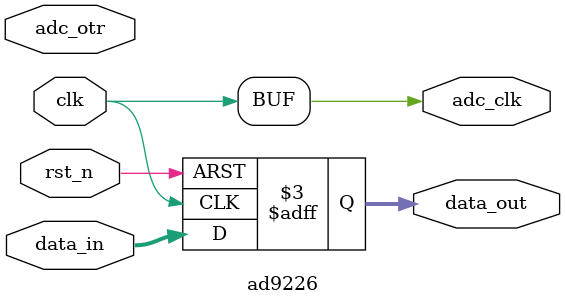
<source format=v>
module ad9226 (
    input clk,
    input rst_n,
    input [11:0] data_in,
    input adc_otr,
    output adc_clk,
    output reg [11:0] data_out
);

assign adc_clk = clk;

always @(posedge clk or negedge rst_n) begin
    if(!rst_n)begin
        data_out <= 12'd0;
    end
    else begin
        data_out <= data_in;
    end
end

endmodule //ad9226
</source>
